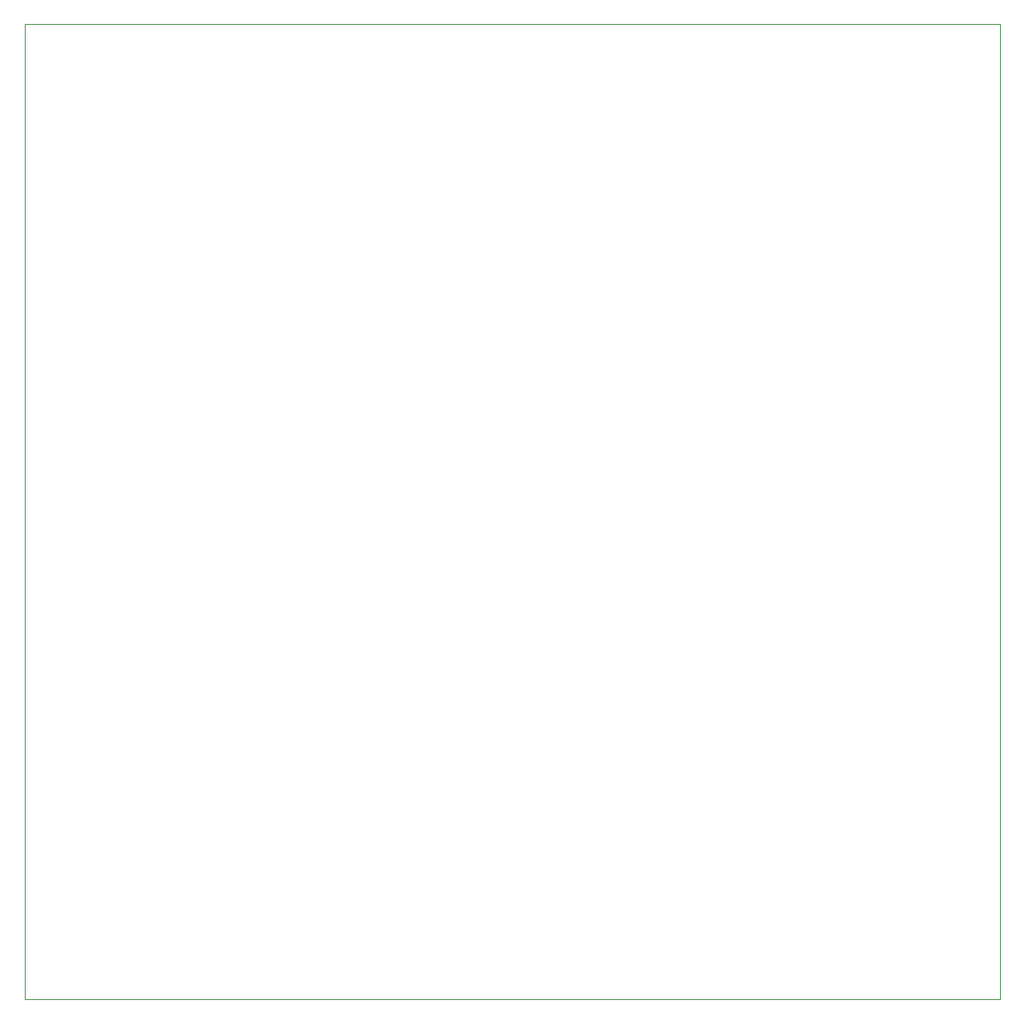
<source format=gbr>
%TF.GenerationSoftware,KiCad,Pcbnew,(5.1.7-5-ga3172d643f)-1*%
%TF.CreationDate,2020-10-31T15:28:04-04:00*%
%TF.ProjectId,board,626f6172-642e-46b6-9963-61645f706362,rev?*%
%TF.SameCoordinates,Original*%
%TF.FileFunction,Profile,NP*%
%FSLAX46Y46*%
G04 Gerber Fmt 4.6, Leading zero omitted, Abs format (unit mm)*
G04 Created by KiCad (PCBNEW (5.1.7-5-ga3172d643f)-1) date 2020-10-31 15:28:04*
%MOMM*%
%LPD*%
G01*
G04 APERTURE LIST*
%TA.AperFunction,Profile*%
%ADD10C,0.050000*%
%TD*%
G04 APERTURE END LIST*
D10*
X200152000Y-37338000D02*
X200152000Y-137160000D01*
X100330000Y-37338000D02*
X200152000Y-37338000D01*
X100330000Y-137160000D02*
X100330000Y-37338000D01*
X200152000Y-137160000D02*
X100330000Y-137160000D01*
M02*

</source>
